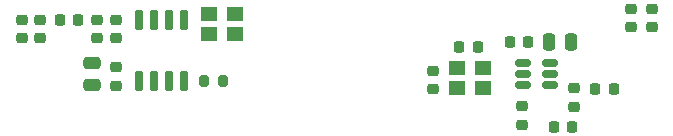
<source format=gbr>
%TF.GenerationSoftware,KiCad,Pcbnew,8.0.0-1.fc39*%
%TF.CreationDate,2024-05-22T19:24:41+02:00*%
%TF.ProjectId,radio433,72616469-6f34-4333-932e-6b696361645f,rev?*%
%TF.SameCoordinates,Original*%
%TF.FileFunction,Paste,Top*%
%TF.FilePolarity,Positive*%
%FSLAX46Y46*%
G04 Gerber Fmt 4.6, Leading zero omitted, Abs format (unit mm)*
G04 Created by KiCad (PCBNEW 8.0.0-1.fc39) date 2024-05-22 19:24:41*
%MOMM*%
%LPD*%
G01*
G04 APERTURE LIST*
G04 Aperture macros list*
%AMRoundRect*
0 Rectangle with rounded corners*
0 $1 Rounding radius*
0 $2 $3 $4 $5 $6 $7 $8 $9 X,Y pos of 4 corners*
0 Add a 4 corners polygon primitive as box body*
4,1,4,$2,$3,$4,$5,$6,$7,$8,$9,$2,$3,0*
0 Add four circle primitives for the rounded corners*
1,1,$1+$1,$2,$3*
1,1,$1+$1,$4,$5*
1,1,$1+$1,$6,$7*
1,1,$1+$1,$8,$9*
0 Add four rect primitives between the rounded corners*
20,1,$1+$1,$2,$3,$4,$5,0*
20,1,$1+$1,$4,$5,$6,$7,0*
20,1,$1+$1,$6,$7,$8,$9,0*
20,1,$1+$1,$8,$9,$2,$3,0*%
G04 Aperture macros list end*
%ADD10R,1.400000X1.200000*%
%ADD11RoundRect,0.150000X0.150000X-0.725000X0.150000X0.725000X-0.150000X0.725000X-0.150000X-0.725000X0*%
%ADD12RoundRect,0.200000X-0.200000X-0.275000X0.200000X-0.275000X0.200000X0.275000X-0.200000X0.275000X0*%
%ADD13RoundRect,0.218750X-0.256250X0.218750X-0.256250X-0.218750X0.256250X-0.218750X0.256250X0.218750X0*%
%ADD14RoundRect,0.225000X-0.250000X0.225000X-0.250000X-0.225000X0.250000X-0.225000X0.250000X0.225000X0*%
%ADD15RoundRect,0.225000X-0.225000X-0.250000X0.225000X-0.250000X0.225000X0.250000X-0.225000X0.250000X0*%
%ADD16RoundRect,0.250000X0.475000X-0.250000X0.475000X0.250000X-0.475000X0.250000X-0.475000X-0.250000X0*%
%ADD17RoundRect,0.225000X0.225000X0.250000X-0.225000X0.250000X-0.225000X-0.250000X0.225000X-0.250000X0*%
%ADD18RoundRect,0.218750X0.256250X-0.218750X0.256250X0.218750X-0.256250X0.218750X-0.256250X-0.218750X0*%
%ADD19RoundRect,0.150000X0.512500X0.150000X-0.512500X0.150000X-0.512500X-0.150000X0.512500X-0.150000X0*%
%ADD20RoundRect,0.218750X-0.218750X-0.256250X0.218750X-0.256250X0.218750X0.256250X-0.218750X0.256250X0*%
%ADD21RoundRect,0.250000X0.250000X0.475000X-0.250000X0.475000X-0.250000X-0.475000X0.250000X-0.475000X0*%
G04 APERTURE END LIST*
D10*
%TO.C,Y2*%
X218300000Y-96650000D03*
X220500000Y-96650000D03*
X220500000Y-94950000D03*
X218300000Y-94950000D03*
%TD*%
D11*
%TO.C,U2*%
X212360000Y-100575000D03*
X213630000Y-100575000D03*
X214900000Y-100575000D03*
X216170000Y-100575000D03*
X216170000Y-95425000D03*
X214900000Y-95425000D03*
X213630000Y-95425000D03*
X212360000Y-95425000D03*
%TD*%
D12*
%TO.C,R3*%
X217840000Y-100600000D03*
X219490000Y-100600000D03*
%TD*%
D13*
%TO.C,L4*%
X202412500Y-95412500D03*
X202412500Y-96987500D03*
%TD*%
%TO.C,L3*%
X210400000Y-95412500D03*
X210400000Y-96987500D03*
%TD*%
D14*
%TO.C,C11*%
X204000000Y-95425000D03*
X204000000Y-96975000D03*
%TD*%
D15*
%TO.C,C10*%
X205650000Y-95400000D03*
X207200000Y-95400000D03*
%TD*%
D14*
%TO.C,C9*%
X208800000Y-95425000D03*
X208800000Y-96975000D03*
%TD*%
D16*
%TO.C,C8*%
X208400000Y-100950000D03*
X208400000Y-99050000D03*
%TD*%
D14*
%TO.C,C7*%
X210400000Y-99425000D03*
X210400000Y-100975000D03*
%TD*%
%TO.C,C3*%
X254000000Y-94475000D03*
X254000000Y-96025000D03*
%TD*%
D10*
%TO.C,Y3*%
X239250000Y-101200000D03*
X241450000Y-101200000D03*
X241450000Y-99500000D03*
X239250000Y-99500000D03*
%TD*%
D17*
%TO.C,C6*%
X245275000Y-97250000D03*
X243725000Y-97250000D03*
%TD*%
D15*
%TO.C,C4*%
X239475000Y-97750000D03*
X241025000Y-97750000D03*
%TD*%
D18*
%TO.C,L2*%
X255750000Y-96037500D03*
X255750000Y-94462500D03*
%TD*%
D19*
%TO.C,U1*%
X247137500Y-100950000D03*
X247137500Y-100000000D03*
X247137500Y-99050000D03*
X244862500Y-99050000D03*
X244862500Y-100000000D03*
X244862500Y-100950000D03*
%TD*%
D14*
%TO.C,C5*%
X237250000Y-99725000D03*
X237250000Y-101275000D03*
%TD*%
D20*
%TO.C,R2*%
X247462500Y-104500000D03*
X249037500Y-104500000D03*
%TD*%
D18*
%TO.C,L1*%
X249212500Y-102787500D03*
X249212500Y-101212500D03*
%TD*%
D15*
%TO.C,C2*%
X250975000Y-101250000D03*
X252525000Y-101250000D03*
%TD*%
D18*
%TO.C,R1*%
X244750000Y-104287500D03*
X244750000Y-102712500D03*
%TD*%
D21*
%TO.C,C1*%
X248950000Y-97250000D03*
X247050000Y-97250000D03*
%TD*%
M02*

</source>
